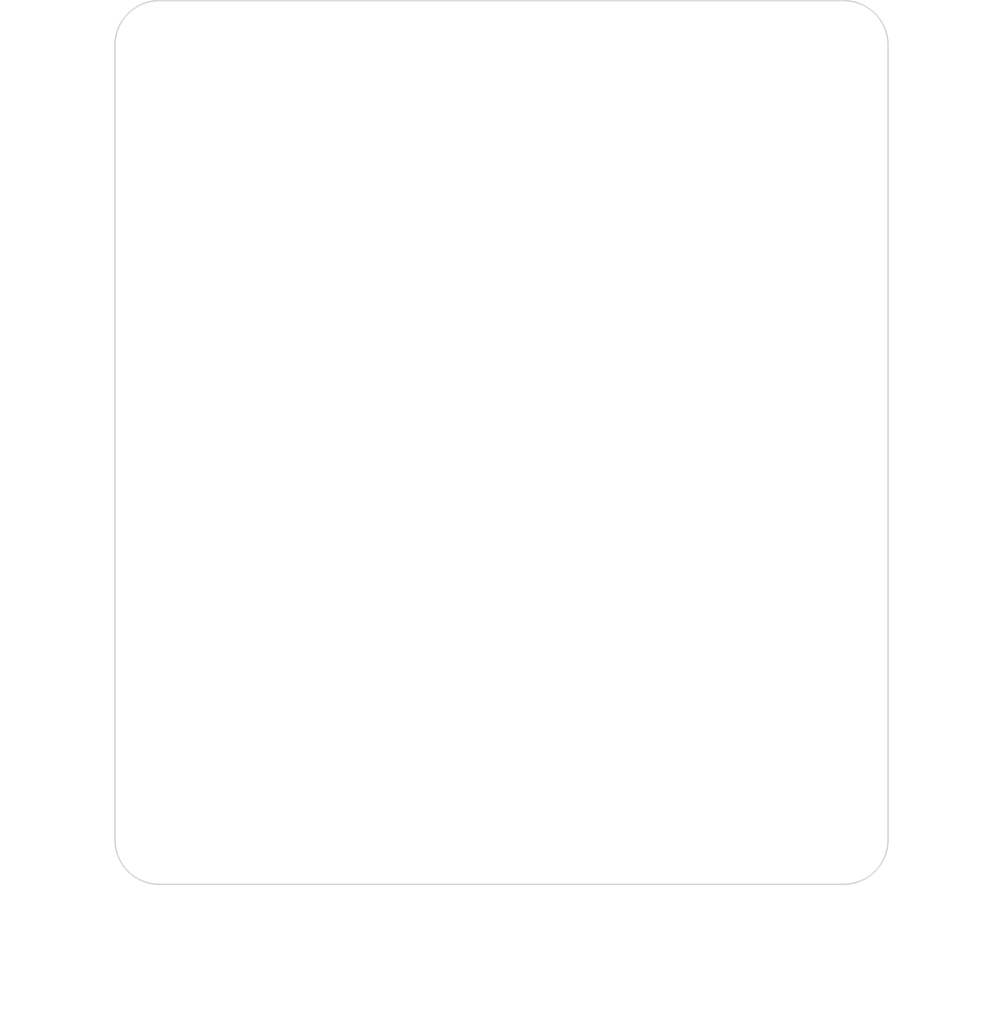
<source format=kicad_pcb>
(kicad_pcb (version 20171130) (host pcbnew 5.1.6)

  (general
    (thickness 1.6)
    (drawings 17)
    (tracks 0)
    (zones 0)
    (modules 6)
    (nets 1)
  )

  (page A4)
  (title_block
    (title firststep12)
    (company mikamo3)
  )

  (layers
    (0 F.Cu signal)
    (31 B.Cu signal hide)
    (32 B.Adhes user)
    (33 F.Adhes user)
    (34 B.Paste user)
    (35 F.Paste user)
    (36 B.SilkS user)
    (37 F.SilkS user)
    (38 B.Mask user)
    (39 F.Mask user)
    (40 Dwgs.User user)
    (41 Cmts.User user)
    (42 Eco1.User user)
    (43 Eco2.User user)
    (44 Edge.Cuts user)
    (45 Margin user)
    (46 B.CrtYd user)
    (47 F.CrtYd user)
    (48 B.Fab user)
    (49 F.Fab user)
  )

  (setup
    (last_trace_width 0.25)
    (trace_clearance 0.2)
    (zone_clearance 0.508)
    (zone_45_only no)
    (trace_min 0.2)
    (via_size 0.8)
    (via_drill 0.4)
    (via_min_size 0.4)
    (via_min_drill 0.3)
    (uvia_size 0.3)
    (uvia_drill 0.1)
    (uvias_allowed no)
    (uvia_min_size 0.2)
    (uvia_min_drill 0.1)
    (edge_width 0.15)
    (segment_width 0.2)
    (pcb_text_width 0.3)
    (pcb_text_size 1.5 1.5)
    (mod_edge_width 0.12)
    (mod_text_size 1 1)
    (mod_text_width 0.15)
    (pad_size 4.8 4.8)
    (pad_drill 4.8)
    (pad_to_mask_clearance 0.05)
    (aux_axis_origin 0 0)
    (grid_origin 32.09 142.965)
    (visible_elements FFFFFF7F)
    (pcbplotparams
      (layerselection 0x010f0_ffffffff)
      (usegerberextensions true)
      (usegerberattributes false)
      (usegerberadvancedattributes true)
      (creategerberjobfile false)
      (excludeedgelayer true)
      (linewidth 0.100000)
      (plotframeref false)
      (viasonmask false)
      (mode 1)
      (useauxorigin false)
      (hpglpennumber 1)
      (hpglpenspeed 20)
      (hpglpendiameter 15.000000)
      (psnegative false)
      (psa4output false)
      (plotreference true)
      (plotvalue true)
      (plotinvisibletext false)
      (padsonsilk false)
      (subtractmaskfromsilk true)
      (outputformat 1)
      (mirror false)
      (drillshape 0)
      (scaleselection 1)
      (outputdirectory "gerber/"))
  )

  (net 0 "")

  (net_class Default "This is the default net class."
    (clearance 0.2)
    (trace_width 0.25)
    (via_dia 0.8)
    (via_drill 0.4)
    (uvia_dia 0.3)
    (uvia_drill 0.1)
  )

  (net_class GND ""
    (clearance 0.2)
    (trace_width 0.5)
    (via_dia 0.8)
    (via_drill 0.4)
    (uvia_dia 0.3)
    (uvia_drill 0.1)
  )

  (net_class VCC ""
    (clearance 0.2)
    (trace_width 0.5)
    (via_dia 0.8)
    (via_drill 0.4)
    (uvia_dia 0.3)
    (uvia_drill 0.1)
  )

  (module MountingHole:MountingHole_2.2mm_M2 locked (layer F.Cu) (tedit 56D1B4CB) (tstamp 5EF23140)
    (at 160.24 137.065)
    (descr "Mounting Hole 2.2mm, no annular, M2")
    (tags "mounting hole 2.2mm no annular m2")
    (attr virtual)
    (fp_text reference H6 (at -0.95 -0.55) (layer F.Fab) hide
      (effects (font (size 1 1) (thickness 0.15)))
    )
    (fp_text value "" (at 0 0.55) (layer F.Fab) hide
      (effects (font (size 1 1) (thickness 0.15)))
    )
    (fp_circle (center 0 0) (end 2.45 0) (layer F.CrtYd) (width 0.05))
    (fp_circle (center 0 0) (end 2.2 0) (layer Cmts.User) (width 0.15))
    (fp_text user %R (at 0.3 0) (layer F.Fab)
      (effects (font (size 1 1) (thickness 0.15)))
    )
    (pad 1 np_thru_hole circle (at 0 0) (size 2.2 2.2) (drill 2.2) (layers *.Cu *.Mask))
  )

  (module MountingHole:MountingHole_2.2mm_M2 locked (layer F.Cu) (tedit 56D1B4CB) (tstamp 5EEE5924)
    (at 83.09 78.965)
    (descr "Mounting Hole 2.2mm, no annular, M2")
    (tags "mounting hole 2.2mm no annular m2")
    (attr virtual)
    (fp_text reference H3 (at -0.95 -0.55) (layer F.Fab) hide
      (effects (font (size 1 1) (thickness 0.15)))
    )
    (fp_text value "" (at 0 0.55) (layer F.Fab) hide
      (effects (font (size 1 1) (thickness 0.15)))
    )
    (fp_circle (center 0 0) (end 2.45 0) (layer F.CrtYd) (width 0.05))
    (fp_circle (center 0 0) (end 2.2 0) (layer Cmts.User) (width 0.15))
    (fp_text user %R (at 0.3 0) (layer F.Fab)
      (effects (font (size 1 1) (thickness 0.15)))
    )
    (pad 1 np_thru_hole circle (at 0 0) (size 2.2 2.2) (drill 2.2) (layers *.Cu *.Mask))
  )

  (module MountingHole:MountingHole_2.2mm_M2 locked (layer F.Cu) (tedit 56D1B4CB) (tstamp 5EEF862B)
    (at 83.09 67.465)
    (descr "Mounting Hole 2.2mm, no annular, M2")
    (tags "mounting hole 2.2mm no annular m2")
    (attr virtual)
    (fp_text reference H2 (at -0.95 -0.55) (layer F.Fab) hide
      (effects (font (size 1 1) (thickness 0.15)))
    )
    (fp_text value "" (at 0 0.55) (layer F.Fab) hide
      (effects (font (size 1 1) (thickness 0.15)))
    )
    (fp_circle (center 0 0) (end 2.45 0) (layer F.CrtYd) (width 0.05))
    (fp_circle (center 0 0) (end 2.2 0) (layer Cmts.User) (width 0.15))
    (fp_text user %R (at 0.3 0) (layer F.Fab)
      (effects (font (size 1 1) (thickness 0.15)))
    )
    (pad 1 np_thru_hole circle (at 0 0) (size 2.2 2.2) (drill 2.2) (layers *.Cu *.Mask))
  )

  (module MountingHole:MountingHole_2.2mm_M2 locked (layer F.Cu) (tedit 56D1B4CB) (tstamp 5EF00A4D)
    (at 82.59 47.465)
    (descr "Mounting Hole 2.2mm, no annular, M2")
    (tags "mounting hole 2.2mm no annular m2")
    (attr virtual)
    (fp_text reference H1 (at -0.95 -0.55) (layer F.Fab) hide
      (effects (font (size 1 1) (thickness 0.15)))
    )
    (fp_text value "" (at 0 0.55) (layer F.Fab) hide
      (effects (font (size 1 1) (thickness 0.15)))
    )
    (fp_circle (center 0 0) (end 2.45 0) (layer F.CrtYd) (width 0.05))
    (fp_circle (center 0 0) (end 2.2 0) (layer Cmts.User) (width 0.15))
    (fp_text user %R (at 0.3 0) (layer F.Fab)
      (effects (font (size 1 1) (thickness 0.15)))
    )
    (pad 1 np_thru_hole circle (at 0 0) (size 2.2 2.2) (drill 2.2) (layers *.Cu *.Mask))
  )

  (module MountingHole:MountingHole_2.2mm_M2 locked (layer F.Cu) (tedit 56D1B4CB) (tstamp 5EEE597D)
    (at 160.24 78.965)
    (descr "Mounting Hole 2.2mm, no annular, M2")
    (tags "mounting hole 2.2mm no annular m2")
    (attr virtual)
    (fp_text reference H4 (at -0.95 -0.55) (layer F.Fab) hide
      (effects (font (size 1 1) (thickness 0.15)))
    )
    (fp_text value "" (at 0 0.55) (layer F.Fab) hide
      (effects (font (size 1 1) (thickness 0.15)))
    )
    (fp_circle (center 0 0) (end 2.45 0) (layer F.CrtYd) (width 0.05))
    (fp_circle (center 0 0) (end 2.2 0) (layer Cmts.User) (width 0.15))
    (fp_text user %R (at 0.3 0) (layer F.Fab)
      (effects (font (size 1 1) (thickness 0.15)))
    )
    (pad 1 np_thru_hole circle (at 0 0) (size 2.2 2.2) (drill 2.2) (layers *.Cu *.Mask))
  )

  (module MountingHole:MountingHole_2.2mm_M2 locked (layer F.Cu) (tedit 56D1B4CB) (tstamp 5EEE54BA)
    (at 83.09 137.065)
    (descr "Mounting Hole 2.2mm, no annular, M2")
    (tags "mounting hole 2.2mm no annular m2")
    (attr virtual)
    (fp_text reference H5 (at -0.95 -0.55) (layer F.Fab) hide
      (effects (font (size 1 1) (thickness 0.15)))
    )
    (fp_text value "" (at 0 0.55) (layer F.Fab) hide
      (effects (font (size 1 1) (thickness 0.15)))
    )
    (fp_circle (center 0 0) (end 2.45 0) (layer F.CrtYd) (width 0.05))
    (fp_circle (center 0 0) (end 2.2 0) (layer Cmts.User) (width 0.15))
    (fp_text user %R (at 0.3 0) (layer F.Fab)
      (effects (font (size 1 1) (thickness 0.15)))
    )
    (pad 1 np_thru_hole circle (at 0 0) (size 2.2 2.2) (drill 2.2) (layers *.Cu *.Mask))
  )

  (dimension 5 (width 0.15) (layer Eco1.User)
    (gr_text "5.000 mm" (at 73.69 76.465 90) (layer Eco1.User)
      (effects (font (size 1 1) (thickness 0.15)))
    )
    (feature1 (pts (xy 162.29 73.965) (xy 74.403579 73.965)))
    (feature2 (pts (xy 162.29 78.965) (xy 74.403579 78.965)))
    (crossbar (pts (xy 74.99 78.965) (xy 74.99 73.965)))
    (arrow1a (pts (xy 74.99 73.965) (xy 75.576421 75.091504)))
    (arrow1b (pts (xy 74.99 73.965) (xy 74.403579 75.091504)))
    (arrow2a (pts (xy 74.99 78.965) (xy 75.576421 77.838496)))
    (arrow2b (pts (xy 74.99 78.965) (xy 74.403579 77.838496)))
  )
  (dimension 1.5 (width 0.15) (layer Eco1.User)
    (gr_text "1.500 mm" (at 68.79 73.215 270) (layer Eco1.User)
      (effects (font (size 1 1) (thickness 0.15)))
    )
    (feature1 (pts (xy 83.09 73.965) (xy 69.503579 73.965)))
    (feature2 (pts (xy 83.09 72.465) (xy 69.503579 72.465)))
    (crossbar (pts (xy 70.09 72.465) (xy 70.09 73.965)))
    (arrow1a (pts (xy 70.09 73.965) (xy 69.503579 72.838496)))
    (arrow1b (pts (xy 70.09 73.965) (xy 70.676421 72.838496)))
    (arrow2a (pts (xy 70.09 72.465) (xy 69.503579 73.591504)))
    (arrow2b (pts (xy 70.09 72.465) (xy 70.676421 73.591504)))
  )
  (dimension 5 (width 0.15) (layer Eco1.User) (tstamp 5EEE9503)
    (gr_text "5.000 mm" (at 73.79 44.965 90) (layer Eco1.User) (tstamp 5EEE9503)
      (effects (font (size 1 1) (thickness 0.15)))
    )
    (feature1 (pts (xy 83.09 42.465) (xy 74.503579 42.465)))
    (feature2 (pts (xy 83.09 47.465) (xy 74.503579 47.465)))
    (crossbar (pts (xy 75.09 47.465) (xy 75.09 42.465)))
    (arrow1a (pts (xy 75.09 42.465) (xy 75.676421 43.591504)))
    (arrow1b (pts (xy 75.09 42.465) (xy 74.503579 43.591504)))
    (arrow2a (pts (xy 75.09 47.465) (xy 75.676421 46.338496)))
    (arrow2b (pts (xy 75.09 47.465) (xy 74.503579 46.338496)))
  )
  (dimension 5 (width 0.15) (layer Eco1.User) (tstamp 5EF23135)
    (gr_text "5.000 mm" (at 162.74 149.265) (layer Eco1.User) (tstamp 5EF23135)
      (effects (font (size 1 1) (thickness 0.15)))
    )
    (feature1 (pts (xy 165.24 78.965) (xy 165.24 148.551421)))
    (feature2 (pts (xy 160.24 78.965) (xy 160.24 148.551421)))
    (crossbar (pts (xy 160.24 147.965) (xy 165.24 147.965)))
    (arrow1a (pts (xy 165.24 147.965) (xy 164.113496 148.551421)))
    (arrow1b (pts (xy 165.24 147.965) (xy 164.113496 147.378579)))
    (arrow2a (pts (xy 160.24 147.965) (xy 161.366504 148.551421)))
    (arrow2b (pts (xy 160.24 147.965) (xy 161.366504 147.378579)))
  )
  (dimension 5 (width 0.15) (layer Eco1.User)
    (gr_text "5.000 mm" (at 80.59 149.265) (layer Eco1.User)
      (effects (font (size 1 1) (thickness 0.15)))
    )
    (feature1 (pts (xy 78.09 47.465) (xy 78.09 148.551421)))
    (feature2 (pts (xy 83.09 47.465) (xy 83.09 148.551421)))
    (crossbar (pts (xy 83.09 147.965) (xy 78.09 147.965)))
    (arrow1a (pts (xy 78.09 147.965) (xy 79.216504 147.378579)))
    (arrow1b (pts (xy 78.09 147.965) (xy 79.216504 148.551421)))
    (arrow2a (pts (xy 83.09 147.965) (xy 81.963496 147.378579)))
    (arrow2b (pts (xy 83.09 147.965) (xy 81.963496 148.551421)))
  )
  (dimension 5 (width 0.15) (layer Eco1.User)
    (gr_text "5.000 mm" (at 68.84 139.565 270) (layer Eco1.User)
      (effects (font (size 1 1) (thickness 0.15)))
    )
    (feature1 (pts (xy 162.29 142.065) (xy 69.553579 142.065)))
    (feature2 (pts (xy 162.29 137.065) (xy 69.553579 137.065)))
    (crossbar (pts (xy 70.14 137.065) (xy 70.14 142.065)))
    (arrow1a (pts (xy 70.14 142.065) (xy 69.553579 140.938496)))
    (arrow1b (pts (xy 70.14 142.065) (xy 70.726421 140.938496)))
    (arrow2a (pts (xy 70.14 137.065) (xy 69.553579 138.191504)))
    (arrow2b (pts (xy 70.14 137.065) (xy 70.726421 138.191504)))
  )
  (gr_arc (start 160.24 47.465) (end 165.24 47.465) (angle -90) (layer Edge.Cuts) (width 0.15) (tstamp 5EEE9085))
  (gr_line (start 160.24 42.465) (end 83.09 42.465) (layer Edge.Cuts) (width 0.15) (tstamp 5EEE9080))
  (gr_arc (start 83.09 47.465) (end 83.09 42.465) (angle -90) (layer Edge.Cuts) (width 0.15) (tstamp 5EEE902C))
  (dimension 5 (width 0.15) (layer Eco1.User) (tstamp 5EEE623E)
    (gr_text "5.000 mm" (at 73.79 69.965 90) (layer Eco1.User) (tstamp 5EEE623E)
      (effects (font (size 1 1) (thickness 0.15)))
    )
    (feature1 (pts (xy 83.09 67.465) (xy 74.503579 67.465)))
    (feature2 (pts (xy 83.09 72.465) (xy 74.503579 72.465)))
    (crossbar (pts (xy 75.09 72.465) (xy 75.09 67.465)))
    (arrow1a (pts (xy 75.09 67.465) (xy 75.676421 68.591504)))
    (arrow1b (pts (xy 75.09 67.465) (xy 74.503579 68.591504)))
    (arrow2a (pts (xy 75.09 72.465) (xy 75.676421 71.338496)))
    (arrow2b (pts (xy 75.09 72.465) (xy 74.503579 71.338496)))
  )
  (dimension 99.6 (width 0.15) (layer Eco1.User)
    (gr_text "99.600 mm" (at 175.39 92.265 90) (layer Eco1.User)
      (effects (font (size 1 1) (thickness 0.15)))
    )
    (feature1 (pts (xy 160.24 42.465) (xy 174.676421 42.465)))
    (feature2 (pts (xy 160.24 142.065) (xy 174.676421 142.065)))
    (crossbar (pts (xy 174.09 142.065) (xy 174.09 42.465)))
    (arrow1a (pts (xy 174.09 42.465) (xy 174.676421 43.591504)))
    (arrow1b (pts (xy 174.09 42.465) (xy 173.503579 43.591504)))
    (arrow2a (pts (xy 174.09 142.065) (xy 174.676421 140.938496)))
    (arrow2b (pts (xy 174.09 142.065) (xy 173.503579 140.938496)))
  )
  (dimension 87.15 (width 0.15) (layer Eco1.User)
    (gr_text "87.150 mm" (at 121.665 158.465) (layer Eco1.User)
      (effects (font (size 1 1) (thickness 0.15)))
    )
    (feature1 (pts (xy 165.24 137.065) (xy 165.24 157.751421)))
    (feature2 (pts (xy 78.09 137.065) (xy 78.09 157.751421)))
    (crossbar (pts (xy 78.09 157.165) (xy 165.24 157.165)))
    (arrow1a (pts (xy 165.24 157.165) (xy 164.113496 157.751421)))
    (arrow1b (pts (xy 165.24 157.165) (xy 164.113496 156.578579)))
    (arrow2a (pts (xy 78.09 157.165) (xy 79.216504 157.751421)))
    (arrow2b (pts (xy 78.09 157.165) (xy 79.216504 156.578579)))
  )
  (gr_arc (start 160.24 137.065) (end 160.24 142.065) (angle -90) (layer Edge.Cuts) (width 0.15))
  (gr_arc (start 83.09 137.065) (end 78.09 137.065) (angle -90) (layer Edge.Cuts) (width 0.15))
  (gr_line (start 160.24 142.065) (end 83.09 142.065) (layer Edge.Cuts) (width 0.15) (tstamp 5EEE4C80))
  (gr_line (start 165.24 47.465) (end 165.24 137.065) (layer Edge.Cuts) (width 0.15))
  (gr_line (start 78.09 137.065) (end 78.09 47.465) (layer Edge.Cuts) (width 0.15))

)

</source>
